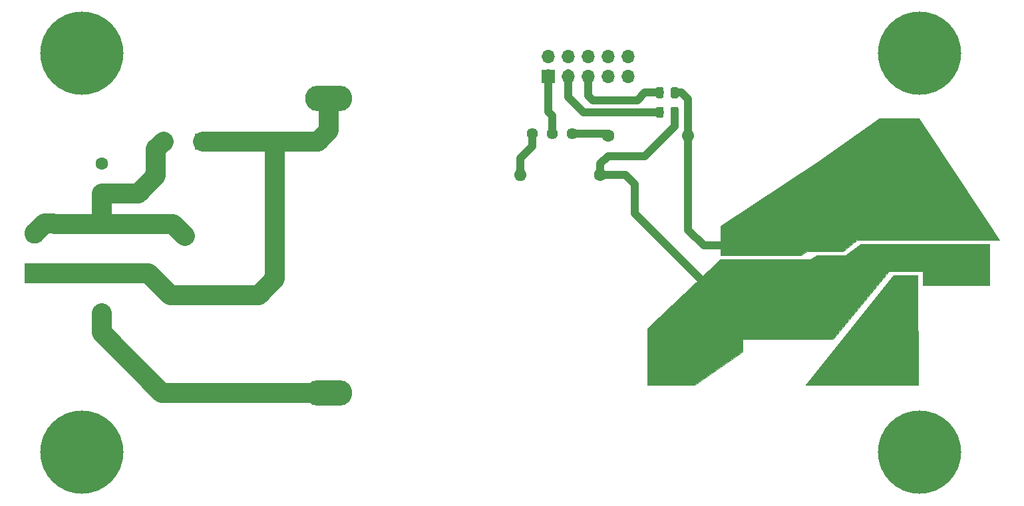
<source format=gbr>
%TF.GenerationSoftware,KiCad,Pcbnew,(5.1.4)-1*%
%TF.CreationDate,2021-09-18T23:44:11+01:00*%
%TF.ProjectId,DC_DC Converter circuit_2,44435f44-4320-4436-9f6e-766572746572,rev?*%
%TF.SameCoordinates,Original*%
%TF.FileFunction,Copper,L1,Top*%
%TF.FilePolarity,Positive*%
%FSLAX46Y46*%
G04 Gerber Fmt 4.6, Leading zero omitted, Abs format (unit mm)*
G04 Created by KiCad (PCBNEW (5.1.4)-1) date 2021-09-18 23:44:11*
%MOMM*%
%LPD*%
G04 APERTURE LIST*
%ADD10C,0.100000*%
%TA.AperFunction,ComponentPad*%
%ADD11O,1.600000X1.600000*%
%TD*%
%TA.AperFunction,ComponentPad*%
%ADD12C,1.600000*%
%TD*%
%TA.AperFunction,Conductor*%
%ADD13C,0.100000*%
%TD*%
%TA.AperFunction,SMDPad,CuDef*%
%ADD14C,0.975000*%
%TD*%
%TA.AperFunction,ComponentPad*%
%ADD15C,2.600000*%
%TD*%
%TA.AperFunction,ComponentPad*%
%ADD16R,2.600000X2.600000*%
%TD*%
%TA.AperFunction,ComponentPad*%
%ADD17C,2.000000*%
%TD*%
%TA.AperFunction,ComponentPad*%
%ADD18R,2.000000X2.000000*%
%TD*%
%TA.AperFunction,ComponentPad*%
%ADD19C,2.400000*%
%TD*%
%TA.AperFunction,ComponentPad*%
%ADD20R,2.400000X2.400000*%
%TD*%
%TA.AperFunction,ComponentPad*%
%ADD21C,0.900000*%
%TD*%
%TA.AperFunction,ComponentPad*%
%ADD22C,10.600000*%
%TD*%
%TA.AperFunction,ComponentPad*%
%ADD23O,1.700000X1.700000*%
%TD*%
%TA.AperFunction,ComponentPad*%
%ADD24R,1.700000X1.700000*%
%TD*%
%TA.AperFunction,ComponentPad*%
%ADD25C,3.000000*%
%TD*%
%TA.AperFunction,ComponentPad*%
%ADD26C,1.440000*%
%TD*%
%TA.AperFunction,ComponentPad*%
%ADD27O,6.000000X3.250000*%
%TD*%
%TA.AperFunction,SMDPad,CuDef*%
%ADD28C,1.325000*%
%TD*%
%TA.AperFunction,Conductor*%
%ADD29C,1.000000*%
%TD*%
%TA.AperFunction,Conductor*%
%ADD30C,0.250000*%
%TD*%
%TA.AperFunction,Conductor*%
%ADD31C,2.500000*%
%TD*%
G04 APERTURE END LIST*
D10*
G36*
X206750000Y-120250000D02*
G01*
X188625000Y-120250000D01*
X186875000Y-121750000D01*
X182300000Y-121700000D01*
X181500000Y-122250000D01*
X171250000Y-122250000D01*
X171250000Y-118500000D01*
X183750000Y-110250000D01*
X191500000Y-104750000D01*
X196500000Y-104750000D01*
X206750000Y-120250000D01*
G37*
X206750000Y-120250000D02*
X188625000Y-120250000D01*
X186875000Y-121750000D01*
X182300000Y-121700000D01*
X181500000Y-122250000D01*
X171250000Y-122250000D01*
X171250000Y-118500000D01*
X183750000Y-110250000D01*
X191500000Y-104750000D01*
X196500000Y-104750000D01*
X206750000Y-120250000D01*
G36*
X205500000Y-126000000D02*
G01*
X197000000Y-126000000D01*
X197000000Y-124250000D01*
X192750000Y-124250000D01*
X185600000Y-132900000D01*
X174100000Y-132900000D01*
X174100000Y-134500000D01*
X168000000Y-138750000D01*
X162000000Y-138750000D01*
X162000000Y-131500000D01*
X171250000Y-122750000D01*
X182750000Y-122750000D01*
X183562500Y-122250000D01*
X187250000Y-122250000D01*
X189125000Y-120750000D01*
X205500000Y-120750000D01*
X205500000Y-126000000D01*
G37*
X205500000Y-126000000D02*
X197000000Y-126000000D01*
X197000000Y-124250000D01*
X192750000Y-124250000D01*
X185600000Y-132900000D01*
X174100000Y-132900000D01*
X174100000Y-134500000D01*
X168000000Y-138750000D01*
X162000000Y-138750000D01*
X162000000Y-131500000D01*
X171250000Y-122750000D01*
X182750000Y-122750000D01*
X183562500Y-122250000D01*
X187250000Y-122250000D01*
X189125000Y-120750000D01*
X205500000Y-120750000D01*
X205500000Y-126000000D01*
G36*
X196400000Y-138700000D02*
G01*
X182118000Y-138684000D01*
X193294000Y-124714000D01*
X196373000Y-124714000D01*
X196400000Y-138700000D01*
G37*
X196400000Y-138700000D02*
X182118000Y-138684000D01*
X193294000Y-124714000D01*
X196373000Y-124714000D01*
X196400000Y-138700000D01*
D11*
%TO.P,R1,2*%
%TO.N,Net-(R1-Pad2)*%
X145840000Y-112000000D03*
D12*
%TO.P,R1,1*%
%TO.N,VDD*%
X156000000Y-112000000D03*
%TD*%
D11*
%TO.P,R2,2*%
%TO.N,VSS*%
X167160000Y-107000000D03*
D12*
%TO.P,R2,1*%
%TO.N,Net-(R2-Pad1)*%
X157000000Y-107000000D03*
%TD*%
D13*
%TO.N,VDD*%
%TO.C,R3*%
G36*
X165705142Y-103301174D02*
G01*
X165728803Y-103304684D01*
X165752007Y-103310496D01*
X165774529Y-103318554D01*
X165796153Y-103328782D01*
X165816670Y-103341079D01*
X165835883Y-103355329D01*
X165853607Y-103371393D01*
X165869671Y-103389117D01*
X165883921Y-103408330D01*
X165896218Y-103428847D01*
X165906446Y-103450471D01*
X165914504Y-103472993D01*
X165920316Y-103496197D01*
X165923826Y-103519858D01*
X165925000Y-103543750D01*
X165925000Y-104456250D01*
X165923826Y-104480142D01*
X165920316Y-104503803D01*
X165914504Y-104527007D01*
X165906446Y-104549529D01*
X165896218Y-104571153D01*
X165883921Y-104591670D01*
X165869671Y-104610883D01*
X165853607Y-104628607D01*
X165835883Y-104644671D01*
X165816670Y-104658921D01*
X165796153Y-104671218D01*
X165774529Y-104681446D01*
X165752007Y-104689504D01*
X165728803Y-104695316D01*
X165705142Y-104698826D01*
X165681250Y-104700000D01*
X165193750Y-104700000D01*
X165169858Y-104698826D01*
X165146197Y-104695316D01*
X165122993Y-104689504D01*
X165100471Y-104681446D01*
X165078847Y-104671218D01*
X165058330Y-104658921D01*
X165039117Y-104644671D01*
X165021393Y-104628607D01*
X165005329Y-104610883D01*
X164991079Y-104591670D01*
X164978782Y-104571153D01*
X164968554Y-104549529D01*
X164960496Y-104527007D01*
X164954684Y-104503803D01*
X164951174Y-104480142D01*
X164950000Y-104456250D01*
X164950000Y-103543750D01*
X164951174Y-103519858D01*
X164954684Y-103496197D01*
X164960496Y-103472993D01*
X164968554Y-103450471D01*
X164978782Y-103428847D01*
X164991079Y-103408330D01*
X165005329Y-103389117D01*
X165021393Y-103371393D01*
X165039117Y-103355329D01*
X165058330Y-103341079D01*
X165078847Y-103328782D01*
X165100471Y-103318554D01*
X165122993Y-103310496D01*
X165146197Y-103304684D01*
X165169858Y-103301174D01*
X165193750Y-103300000D01*
X165681250Y-103300000D01*
X165705142Y-103301174D01*
X165705142Y-103301174D01*
G37*
D14*
%TD*%
%TO.P,R3,2*%
%TO.N,VDD*%
X165437500Y-104000000D03*
D13*
%TO.N,Sense+*%
%TO.C,R3*%
G36*
X163830142Y-103301174D02*
G01*
X163853803Y-103304684D01*
X163877007Y-103310496D01*
X163899529Y-103318554D01*
X163921153Y-103328782D01*
X163941670Y-103341079D01*
X163960883Y-103355329D01*
X163978607Y-103371393D01*
X163994671Y-103389117D01*
X164008921Y-103408330D01*
X164021218Y-103428847D01*
X164031446Y-103450471D01*
X164039504Y-103472993D01*
X164045316Y-103496197D01*
X164048826Y-103519858D01*
X164050000Y-103543750D01*
X164050000Y-104456250D01*
X164048826Y-104480142D01*
X164045316Y-104503803D01*
X164039504Y-104527007D01*
X164031446Y-104549529D01*
X164021218Y-104571153D01*
X164008921Y-104591670D01*
X163994671Y-104610883D01*
X163978607Y-104628607D01*
X163960883Y-104644671D01*
X163941670Y-104658921D01*
X163921153Y-104671218D01*
X163899529Y-104681446D01*
X163877007Y-104689504D01*
X163853803Y-104695316D01*
X163830142Y-104698826D01*
X163806250Y-104700000D01*
X163318750Y-104700000D01*
X163294858Y-104698826D01*
X163271197Y-104695316D01*
X163247993Y-104689504D01*
X163225471Y-104681446D01*
X163203847Y-104671218D01*
X163183330Y-104658921D01*
X163164117Y-104644671D01*
X163146393Y-104628607D01*
X163130329Y-104610883D01*
X163116079Y-104591670D01*
X163103782Y-104571153D01*
X163093554Y-104549529D01*
X163085496Y-104527007D01*
X163079684Y-104503803D01*
X163076174Y-104480142D01*
X163075000Y-104456250D01*
X163075000Y-103543750D01*
X163076174Y-103519858D01*
X163079684Y-103496197D01*
X163085496Y-103472993D01*
X163093554Y-103450471D01*
X163103782Y-103428847D01*
X163116079Y-103408330D01*
X163130329Y-103389117D01*
X163146393Y-103371393D01*
X163164117Y-103355329D01*
X163183330Y-103341079D01*
X163203847Y-103328782D01*
X163225471Y-103318554D01*
X163247993Y-103310496D01*
X163271197Y-103304684D01*
X163294858Y-103301174D01*
X163318750Y-103300000D01*
X163806250Y-103300000D01*
X163830142Y-103301174D01*
X163830142Y-103301174D01*
G37*
D14*
%TD*%
%TO.P,R3,1*%
%TO.N,Sense+*%
X163562500Y-104000000D03*
D13*
%TO.N,Sense-*%
%TO.C,R4*%
G36*
X163830142Y-100801174D02*
G01*
X163853803Y-100804684D01*
X163877007Y-100810496D01*
X163899529Y-100818554D01*
X163921153Y-100828782D01*
X163941670Y-100841079D01*
X163960883Y-100855329D01*
X163978607Y-100871393D01*
X163994671Y-100889117D01*
X164008921Y-100908330D01*
X164021218Y-100928847D01*
X164031446Y-100950471D01*
X164039504Y-100972993D01*
X164045316Y-100996197D01*
X164048826Y-101019858D01*
X164050000Y-101043750D01*
X164050000Y-101956250D01*
X164048826Y-101980142D01*
X164045316Y-102003803D01*
X164039504Y-102027007D01*
X164031446Y-102049529D01*
X164021218Y-102071153D01*
X164008921Y-102091670D01*
X163994671Y-102110883D01*
X163978607Y-102128607D01*
X163960883Y-102144671D01*
X163941670Y-102158921D01*
X163921153Y-102171218D01*
X163899529Y-102181446D01*
X163877007Y-102189504D01*
X163853803Y-102195316D01*
X163830142Y-102198826D01*
X163806250Y-102200000D01*
X163318750Y-102200000D01*
X163294858Y-102198826D01*
X163271197Y-102195316D01*
X163247993Y-102189504D01*
X163225471Y-102181446D01*
X163203847Y-102171218D01*
X163183330Y-102158921D01*
X163164117Y-102144671D01*
X163146393Y-102128607D01*
X163130329Y-102110883D01*
X163116079Y-102091670D01*
X163103782Y-102071153D01*
X163093554Y-102049529D01*
X163085496Y-102027007D01*
X163079684Y-102003803D01*
X163076174Y-101980142D01*
X163075000Y-101956250D01*
X163075000Y-101043750D01*
X163076174Y-101019858D01*
X163079684Y-100996197D01*
X163085496Y-100972993D01*
X163093554Y-100950471D01*
X163103782Y-100928847D01*
X163116079Y-100908330D01*
X163130329Y-100889117D01*
X163146393Y-100871393D01*
X163164117Y-100855329D01*
X163183330Y-100841079D01*
X163203847Y-100828782D01*
X163225471Y-100818554D01*
X163247993Y-100810496D01*
X163271197Y-100804684D01*
X163294858Y-100801174D01*
X163318750Y-100800000D01*
X163806250Y-100800000D01*
X163830142Y-100801174D01*
X163830142Y-100801174D01*
G37*
D14*
%TD*%
%TO.P,R4,2*%
%TO.N,Sense-*%
X163562500Y-101500000D03*
D13*
%TO.N,VSS*%
%TO.C,R4*%
G36*
X165705142Y-100801174D02*
G01*
X165728803Y-100804684D01*
X165752007Y-100810496D01*
X165774529Y-100818554D01*
X165796153Y-100828782D01*
X165816670Y-100841079D01*
X165835883Y-100855329D01*
X165853607Y-100871393D01*
X165869671Y-100889117D01*
X165883921Y-100908330D01*
X165896218Y-100928847D01*
X165906446Y-100950471D01*
X165914504Y-100972993D01*
X165920316Y-100996197D01*
X165923826Y-101019858D01*
X165925000Y-101043750D01*
X165925000Y-101956250D01*
X165923826Y-101980142D01*
X165920316Y-102003803D01*
X165914504Y-102027007D01*
X165906446Y-102049529D01*
X165896218Y-102071153D01*
X165883921Y-102091670D01*
X165869671Y-102110883D01*
X165853607Y-102128607D01*
X165835883Y-102144671D01*
X165816670Y-102158921D01*
X165796153Y-102171218D01*
X165774529Y-102181446D01*
X165752007Y-102189504D01*
X165728803Y-102195316D01*
X165705142Y-102198826D01*
X165681250Y-102200000D01*
X165193750Y-102200000D01*
X165169858Y-102198826D01*
X165146197Y-102195316D01*
X165122993Y-102189504D01*
X165100471Y-102181446D01*
X165078847Y-102171218D01*
X165058330Y-102158921D01*
X165039117Y-102144671D01*
X165021393Y-102128607D01*
X165005329Y-102110883D01*
X164991079Y-102091670D01*
X164978782Y-102071153D01*
X164968554Y-102049529D01*
X164960496Y-102027007D01*
X164954684Y-102003803D01*
X164951174Y-101980142D01*
X164950000Y-101956250D01*
X164950000Y-101043750D01*
X164951174Y-101019858D01*
X164954684Y-100996197D01*
X164960496Y-100972993D01*
X164968554Y-100950471D01*
X164978782Y-100928847D01*
X164991079Y-100908330D01*
X165005329Y-100889117D01*
X165021393Y-100871393D01*
X165039117Y-100855329D01*
X165058330Y-100841079D01*
X165078847Y-100828782D01*
X165100471Y-100818554D01*
X165122993Y-100810496D01*
X165146197Y-100804684D01*
X165169858Y-100801174D01*
X165193750Y-100800000D01*
X165681250Y-100800000D01*
X165705142Y-100801174D01*
X165705142Y-100801174D01*
G37*
D14*
%TD*%
%TO.P,R4,1*%
%TO.N,VSS*%
X165437500Y-101500000D03*
D15*
%TO.P,J1,2*%
%TO.N,VSS*%
X204000000Y-118920000D03*
D16*
%TO.P,J1,1*%
%TO.N,VDD*%
X204000000Y-124000000D03*
%TD*%
D17*
%TO.P,C4,2*%
%TO.N,HV-*%
X100410000Y-107696000D03*
D18*
%TO.P,C4,1*%
%TO.N,HV+*%
X105410000Y-107696000D03*
%TD*%
D19*
%TO.P,C5,2*%
%TO.N,HV-*%
X103124000Y-119754000D03*
D20*
%TO.P,C5,1*%
%TO.N,HV+*%
X103124000Y-127254000D03*
%TD*%
D15*
%TO.P,J3,2*%
%TO.N,HV-*%
X84000000Y-119420000D03*
D16*
%TO.P,J3,1*%
%TO.N,HV+*%
X84000000Y-124500000D03*
%TD*%
D12*
%TO.P,J4,4*%
%TO.N,VSS*%
X193950000Y-118130000D03*
%TO.P,J4,3*%
X193950000Y-114320000D03*
%TO.P,J4,2*%
X193950000Y-110510000D03*
%TO.P,J4,1*%
X193950000Y-106700000D03*
%TD*%
%TO.P,J6,1*%
%TO.N,Net-(F1-Pad1)*%
X92550000Y-129600000D03*
%TD*%
%TO.P,J7,2*%
%TO.N,HV-*%
X92550000Y-114310000D03*
%TO.P,J7,1*%
%TO.N,Net-(J7-Pad1)*%
X92550000Y-110500000D03*
%TD*%
%TO.P,J5,4*%
%TO.N,Net-(F2-Pad1)*%
X194000000Y-137200000D03*
%TO.P,J5,3*%
X194000000Y-133390000D03*
%TO.P,J5,2*%
X194000000Y-129580000D03*
%TO.P,J5,1*%
X194000000Y-125770000D03*
%TD*%
D21*
%TO.P,H1,1*%
%TO.N,Net-(H1-Pad1)*%
X199435749Y-93689251D03*
X196625000Y-92525000D03*
X193814251Y-93689251D03*
X192650000Y-96500000D03*
X193814251Y-99310749D03*
X196625000Y-100475000D03*
X199435749Y-99310749D03*
X200600000Y-96500000D03*
D22*
X196625000Y-96500000D03*
%TD*%
D21*
%TO.P,H3,1*%
%TO.N,Net-(H3-Pad1)*%
X92810749Y-93689251D03*
X90000000Y-92525000D03*
X87189251Y-93689251D03*
X86025000Y-96500000D03*
X87189251Y-99310749D03*
X90000000Y-100475000D03*
X92810749Y-99310749D03*
X93975000Y-96500000D03*
D22*
X90000000Y-96500000D03*
%TD*%
D23*
%TO.P,J2,10*%
%TO.N,Net-(J2-Pad10)*%
X159545000Y-96860000D03*
%TO.P,J2,9*%
%TO.N,Net-(J2-Pad9)*%
X159545000Y-99400000D03*
%TO.P,J2,8*%
%TO.N,Net-(J2-Pad8)*%
X157005000Y-96860000D03*
%TO.P,J2,7*%
%TO.N,Net-(J2-Pad7)*%
X157005000Y-99400000D03*
%TO.P,J2,6*%
%TO.N,Net-(J2-Pad6)*%
X154465000Y-96860000D03*
%TO.P,J2,5*%
%TO.N,Sense-*%
X154465000Y-99400000D03*
%TO.P,J2,4*%
%TO.N,Net-(J2-Pad4)*%
X151925000Y-96860000D03*
%TO.P,J2,3*%
%TO.N,Sense+*%
X151925000Y-99400000D03*
%TO.P,J2,2*%
%TO.N,Net-(J2-Pad2)*%
X149385000Y-96860000D03*
D24*
%TO.P,J2,1*%
%TO.N,TR*%
X149385000Y-99400000D03*
%TD*%
D21*
%TO.P,H4,1*%
%TO.N,Net-(H4-Pad1)*%
X92810749Y-144489251D03*
X90000000Y-143325000D03*
X87189251Y-144489251D03*
X86025000Y-147300000D03*
X87189251Y-150110749D03*
X90000000Y-151275000D03*
X92810749Y-150110749D03*
X93975000Y-147300000D03*
D22*
X90000000Y-147300000D03*
%TD*%
D21*
%TO.P,H2,1*%
%TO.N,Net-(H2-Pad1)*%
X199435749Y-144489251D03*
X196625000Y-143325000D03*
X193814251Y-144489251D03*
X192650000Y-147300000D03*
X193814251Y-150110749D03*
X196625000Y-151275000D03*
X199435749Y-150110749D03*
X200600000Y-147300000D03*
D22*
X196625000Y-147300000D03*
%TD*%
D25*
%TO.P,F2,2*%
%TO.N,VDD*%
X164925000Y-135475000D03*
%TO.P,F2,1*%
%TO.N,Net-(F2-Pad1)*%
X187425000Y-135475000D03*
%TD*%
D26*
%TO.P,RV1,3*%
%TO.N,Net-(R1-Pad2)*%
X147370000Y-106750000D03*
%TO.P,RV1,2*%
%TO.N,TR*%
X149910000Y-106750000D03*
%TO.P,RV1,1*%
%TO.N,Net-(R2-Pad1)*%
X152450000Y-106750000D03*
%TD*%
D27*
%TO.P,F1,1*%
%TO.N,Net-(F1-Pad1)*%
X121412000Y-139700000D03*
%TO.P,F1,2*%
%TO.N,HV+*%
X121412000Y-102200000D03*
%TD*%
D13*
%TO.N,VSS*%
%TO.C,C1*%
G36*
X174124505Y-120276204D02*
G01*
X174148773Y-120279804D01*
X174172572Y-120285765D01*
X174195671Y-120294030D01*
X174217850Y-120304520D01*
X174238893Y-120317132D01*
X174258599Y-120331747D01*
X174276777Y-120348223D01*
X174293253Y-120366401D01*
X174307868Y-120386107D01*
X174320480Y-120407150D01*
X174330970Y-120429329D01*
X174339235Y-120452428D01*
X174345196Y-120476227D01*
X174348796Y-120500495D01*
X174350000Y-120524999D01*
X174350000Y-121350001D01*
X174348796Y-121374505D01*
X174345196Y-121398773D01*
X174339235Y-121422572D01*
X174330970Y-121445671D01*
X174320480Y-121467850D01*
X174307868Y-121488893D01*
X174293253Y-121508599D01*
X174276777Y-121526777D01*
X174258599Y-121543253D01*
X174238893Y-121557868D01*
X174217850Y-121570480D01*
X174195671Y-121580970D01*
X174172572Y-121589235D01*
X174148773Y-121595196D01*
X174124505Y-121598796D01*
X174100001Y-121600000D01*
X171899999Y-121600000D01*
X171875495Y-121598796D01*
X171851227Y-121595196D01*
X171827428Y-121589235D01*
X171804329Y-121580970D01*
X171782150Y-121570480D01*
X171761107Y-121557868D01*
X171741401Y-121543253D01*
X171723223Y-121526777D01*
X171706747Y-121508599D01*
X171692132Y-121488893D01*
X171679520Y-121467850D01*
X171669030Y-121445671D01*
X171660765Y-121422572D01*
X171654804Y-121398773D01*
X171651204Y-121374505D01*
X171650000Y-121350001D01*
X171650000Y-120524999D01*
X171651204Y-120500495D01*
X171654804Y-120476227D01*
X171660765Y-120452428D01*
X171669030Y-120429329D01*
X171679520Y-120407150D01*
X171692132Y-120386107D01*
X171706747Y-120366401D01*
X171723223Y-120348223D01*
X171741401Y-120331747D01*
X171761107Y-120317132D01*
X171782150Y-120304520D01*
X171804329Y-120294030D01*
X171827428Y-120285765D01*
X171851227Y-120279804D01*
X171875495Y-120276204D01*
X171899999Y-120275000D01*
X174100001Y-120275000D01*
X174124505Y-120276204D01*
X174124505Y-120276204D01*
G37*
D28*
%TD*%
%TO.P,C1,2*%
%TO.N,VSS*%
X173000000Y-120937500D03*
D13*
%TO.N,VDD*%
%TO.C,C1*%
G36*
X174124505Y-123401204D02*
G01*
X174148773Y-123404804D01*
X174172572Y-123410765D01*
X174195671Y-123419030D01*
X174217850Y-123429520D01*
X174238893Y-123442132D01*
X174258599Y-123456747D01*
X174276777Y-123473223D01*
X174293253Y-123491401D01*
X174307868Y-123511107D01*
X174320480Y-123532150D01*
X174330970Y-123554329D01*
X174339235Y-123577428D01*
X174345196Y-123601227D01*
X174348796Y-123625495D01*
X174350000Y-123649999D01*
X174350000Y-124475001D01*
X174348796Y-124499505D01*
X174345196Y-124523773D01*
X174339235Y-124547572D01*
X174330970Y-124570671D01*
X174320480Y-124592850D01*
X174307868Y-124613893D01*
X174293253Y-124633599D01*
X174276777Y-124651777D01*
X174258599Y-124668253D01*
X174238893Y-124682868D01*
X174217850Y-124695480D01*
X174195671Y-124705970D01*
X174172572Y-124714235D01*
X174148773Y-124720196D01*
X174124505Y-124723796D01*
X174100001Y-124725000D01*
X171899999Y-124725000D01*
X171875495Y-124723796D01*
X171851227Y-124720196D01*
X171827428Y-124714235D01*
X171804329Y-124705970D01*
X171782150Y-124695480D01*
X171761107Y-124682868D01*
X171741401Y-124668253D01*
X171723223Y-124651777D01*
X171706747Y-124633599D01*
X171692132Y-124613893D01*
X171679520Y-124592850D01*
X171669030Y-124570671D01*
X171660765Y-124547572D01*
X171654804Y-124523773D01*
X171651204Y-124499505D01*
X171650000Y-124475001D01*
X171650000Y-123649999D01*
X171651204Y-123625495D01*
X171654804Y-123601227D01*
X171660765Y-123577428D01*
X171669030Y-123554329D01*
X171679520Y-123532150D01*
X171692132Y-123511107D01*
X171706747Y-123491401D01*
X171723223Y-123473223D01*
X171741401Y-123456747D01*
X171761107Y-123442132D01*
X171782150Y-123429520D01*
X171804329Y-123419030D01*
X171827428Y-123410765D01*
X171851227Y-123404804D01*
X171875495Y-123401204D01*
X171899999Y-123400000D01*
X174100001Y-123400000D01*
X174124505Y-123401204D01*
X174124505Y-123401204D01*
G37*
D28*
%TD*%
%TO.P,C1,1*%
%TO.N,VDD*%
X173000000Y-124062500D03*
D13*
%TO.N,VSS*%
%TO.C,C2*%
G36*
X178624505Y-120276204D02*
G01*
X178648773Y-120279804D01*
X178672572Y-120285765D01*
X178695671Y-120294030D01*
X178717850Y-120304520D01*
X178738893Y-120317132D01*
X178758599Y-120331747D01*
X178776777Y-120348223D01*
X178793253Y-120366401D01*
X178807868Y-120386107D01*
X178820480Y-120407150D01*
X178830970Y-120429329D01*
X178839235Y-120452428D01*
X178845196Y-120476227D01*
X178848796Y-120500495D01*
X178850000Y-120524999D01*
X178850000Y-121350001D01*
X178848796Y-121374505D01*
X178845196Y-121398773D01*
X178839235Y-121422572D01*
X178830970Y-121445671D01*
X178820480Y-121467850D01*
X178807868Y-121488893D01*
X178793253Y-121508599D01*
X178776777Y-121526777D01*
X178758599Y-121543253D01*
X178738893Y-121557868D01*
X178717850Y-121570480D01*
X178695671Y-121580970D01*
X178672572Y-121589235D01*
X178648773Y-121595196D01*
X178624505Y-121598796D01*
X178600001Y-121600000D01*
X176399999Y-121600000D01*
X176375495Y-121598796D01*
X176351227Y-121595196D01*
X176327428Y-121589235D01*
X176304329Y-121580970D01*
X176282150Y-121570480D01*
X176261107Y-121557868D01*
X176241401Y-121543253D01*
X176223223Y-121526777D01*
X176206747Y-121508599D01*
X176192132Y-121488893D01*
X176179520Y-121467850D01*
X176169030Y-121445671D01*
X176160765Y-121422572D01*
X176154804Y-121398773D01*
X176151204Y-121374505D01*
X176150000Y-121350001D01*
X176150000Y-120524999D01*
X176151204Y-120500495D01*
X176154804Y-120476227D01*
X176160765Y-120452428D01*
X176169030Y-120429329D01*
X176179520Y-120407150D01*
X176192132Y-120386107D01*
X176206747Y-120366401D01*
X176223223Y-120348223D01*
X176241401Y-120331747D01*
X176261107Y-120317132D01*
X176282150Y-120304520D01*
X176304329Y-120294030D01*
X176327428Y-120285765D01*
X176351227Y-120279804D01*
X176375495Y-120276204D01*
X176399999Y-120275000D01*
X178600001Y-120275000D01*
X178624505Y-120276204D01*
X178624505Y-120276204D01*
G37*
D28*
%TD*%
%TO.P,C2,2*%
%TO.N,VSS*%
X177500000Y-120937500D03*
D13*
%TO.N,VDD*%
%TO.C,C2*%
G36*
X178624505Y-123401204D02*
G01*
X178648773Y-123404804D01*
X178672572Y-123410765D01*
X178695671Y-123419030D01*
X178717850Y-123429520D01*
X178738893Y-123442132D01*
X178758599Y-123456747D01*
X178776777Y-123473223D01*
X178793253Y-123491401D01*
X178807868Y-123511107D01*
X178820480Y-123532150D01*
X178830970Y-123554329D01*
X178839235Y-123577428D01*
X178845196Y-123601227D01*
X178848796Y-123625495D01*
X178850000Y-123649999D01*
X178850000Y-124475001D01*
X178848796Y-124499505D01*
X178845196Y-124523773D01*
X178839235Y-124547572D01*
X178830970Y-124570671D01*
X178820480Y-124592850D01*
X178807868Y-124613893D01*
X178793253Y-124633599D01*
X178776777Y-124651777D01*
X178758599Y-124668253D01*
X178738893Y-124682868D01*
X178717850Y-124695480D01*
X178695671Y-124705970D01*
X178672572Y-124714235D01*
X178648773Y-124720196D01*
X178624505Y-124723796D01*
X178600001Y-124725000D01*
X176399999Y-124725000D01*
X176375495Y-124723796D01*
X176351227Y-124720196D01*
X176327428Y-124714235D01*
X176304329Y-124705970D01*
X176282150Y-124695480D01*
X176261107Y-124682868D01*
X176241401Y-124668253D01*
X176223223Y-124651777D01*
X176206747Y-124633599D01*
X176192132Y-124613893D01*
X176179520Y-124592850D01*
X176169030Y-124570671D01*
X176160765Y-124547572D01*
X176154804Y-124523773D01*
X176151204Y-124499505D01*
X176150000Y-124475001D01*
X176150000Y-123649999D01*
X176151204Y-123625495D01*
X176154804Y-123601227D01*
X176160765Y-123577428D01*
X176169030Y-123554329D01*
X176179520Y-123532150D01*
X176192132Y-123511107D01*
X176206747Y-123491401D01*
X176223223Y-123473223D01*
X176241401Y-123456747D01*
X176261107Y-123442132D01*
X176282150Y-123429520D01*
X176304329Y-123419030D01*
X176327428Y-123410765D01*
X176351227Y-123404804D01*
X176375495Y-123401204D01*
X176399999Y-123400000D01*
X178600001Y-123400000D01*
X178624505Y-123401204D01*
X178624505Y-123401204D01*
G37*
D28*
%TD*%
%TO.P,C2,1*%
%TO.N,VDD*%
X177500000Y-124062500D03*
D18*
%TO.P,C3,1*%
%TO.N,VDD*%
X186200000Y-124200000D03*
D17*
%TO.P,C3,2*%
%TO.N,VSS*%
X186200000Y-119200000D03*
%TD*%
D29*
%TO.N,Sense-*%
X160675000Y-102450000D02*
X161625000Y-101500000D01*
X161625000Y-101500000D02*
X163562500Y-101500000D01*
X154465000Y-101890000D02*
X155025000Y-102450000D01*
X155025000Y-102450000D02*
X160675000Y-102450000D01*
X154465000Y-99400000D02*
X154465000Y-100871000D01*
X154465000Y-100871000D02*
X154465000Y-101890000D01*
X154465000Y-99200000D02*
X154465000Y-100871000D01*
%TO.N,Sense+*%
X153825000Y-104000000D02*
X163562500Y-104000000D01*
X151925000Y-102100000D02*
X153825000Y-104000000D01*
X151925000Y-100000000D02*
X151925000Y-99000000D01*
X151925000Y-99200000D02*
X151925000Y-100617000D01*
X151925000Y-100617000D02*
X151925000Y-102100000D01*
X151925000Y-100000000D02*
X151925000Y-100617000D01*
X151925000Y-99400000D02*
X151925000Y-100000000D01*
%TO.N,TR*%
X149910000Y-106750000D02*
X149910000Y-104444000D01*
X149910000Y-104444000D02*
X149385000Y-103919000D01*
X149385000Y-100551000D02*
X149385000Y-99200000D01*
X149385000Y-100551000D02*
X149385000Y-99000000D01*
X149385000Y-99400000D02*
X149385000Y-101125000D01*
X149385000Y-101125000D02*
X149385000Y-100551000D01*
X149385000Y-103919000D02*
X149385000Y-101125000D01*
D30*
%TO.N,Net-(H1-Pad1)*%
X198950000Y-96400000D02*
X196550000Y-96400000D01*
D29*
%TO.N,VSS*%
X204000000Y-118920000D02*
X203580000Y-118920000D01*
X177612500Y-120825000D02*
X177500000Y-120937500D01*
X167160000Y-116535000D02*
X167160000Y-107000000D01*
X167160000Y-107000000D02*
X167160000Y-102340000D01*
X166320000Y-101500000D02*
X165437500Y-101500000D01*
X167160000Y-102340000D02*
X166320000Y-101500000D01*
D30*
X193950000Y-118130000D02*
X193950000Y-114320000D01*
X193950000Y-114320000D02*
X193950000Y-110510000D01*
X193950000Y-110510000D02*
X193950000Y-106700000D01*
X203210000Y-118130000D02*
X204000000Y-118920000D01*
X193950000Y-118130000D02*
X203210000Y-118130000D01*
D29*
X173000000Y-120937500D02*
X177500000Y-120937500D01*
X193080000Y-119000000D02*
X193950000Y-118130000D01*
X187725000Y-119000000D02*
X193080000Y-119000000D01*
X173000000Y-120937500D02*
X169137500Y-120937500D01*
X167160000Y-118960000D02*
X167160000Y-116535000D01*
X169137500Y-120937500D02*
X167160000Y-118960000D01*
X184462500Y-120937500D02*
X186200000Y-119200000D01*
X177500000Y-120937500D02*
X184462500Y-120937500D01*
%TO.N,VDD*%
X156000000Y-112000000D02*
X156000000Y-110550000D01*
X156000000Y-110550000D02*
X156950000Y-109600000D01*
X156950000Y-109600000D02*
X161625000Y-109600000D01*
X165437500Y-105787500D02*
X165437500Y-104000000D01*
X161625000Y-109600000D02*
X165437500Y-105787500D01*
D30*
X203325000Y-123325000D02*
X204000000Y-124000000D01*
D29*
X173000000Y-124062500D02*
X173000000Y-127400000D01*
X173000000Y-124062500D02*
X177500000Y-124062500D01*
X185162500Y-124062500D02*
X185900000Y-123325000D01*
X177500000Y-124062500D02*
X185162500Y-124062500D01*
X187700000Y-123325000D02*
X188525000Y-122500000D01*
X185900000Y-123325000D02*
X187700000Y-123325000D01*
X188525000Y-122500000D02*
X198750000Y-122500000D01*
X200250000Y-124000000D02*
X204000000Y-124000000D01*
X198750000Y-122500000D02*
X200250000Y-124000000D01*
X160375000Y-116875000D02*
X171950000Y-128450000D01*
X160375000Y-113175000D02*
X160375000Y-116875000D01*
X159200000Y-112000000D02*
X160375000Y-113175000D01*
X156000000Y-112000000D02*
X159200000Y-112000000D01*
X173000000Y-127400000D02*
X171950000Y-128450000D01*
X171950000Y-128450000D02*
X164925000Y-135475000D01*
%TO.N,Net-(R1-Pad2)*%
X145840000Y-112000000D02*
X145840000Y-109835000D01*
X147370000Y-108305000D02*
X147370000Y-106750000D01*
X145840000Y-109835000D02*
X147370000Y-108305000D01*
%TO.N,Net-(R2-Pad1)*%
X156750000Y-106750000D02*
X157000000Y-107000000D01*
X152450000Y-106750000D02*
X156750000Y-106750000D01*
D31*
%TO.N,HV-*%
X99410001Y-108695999D02*
X99410001Y-112089999D01*
X100410000Y-107696000D02*
X99410001Y-108695999D01*
X97190000Y-114310000D02*
X92550000Y-114310000D01*
X99410001Y-112089999D02*
X97190000Y-114310000D01*
X103124000Y-119754000D02*
X101620000Y-118250000D01*
X85299999Y-118120001D02*
X84000000Y-119420000D01*
X86370001Y-118120001D02*
X85299999Y-118120001D01*
X86500000Y-118250000D02*
X86370001Y-118120001D01*
X92550000Y-118200000D02*
X92500000Y-118250000D01*
X92550000Y-114310000D02*
X92550000Y-118200000D01*
X101620000Y-118250000D02*
X92500000Y-118250000D01*
X92500000Y-118250000D02*
X86500000Y-118250000D01*
%TO.N,HV+*%
X121412000Y-106325000D02*
X121412000Y-102200000D01*
X120041000Y-107696000D02*
X121412000Y-106325000D01*
X103124000Y-127254000D02*
X102504000Y-127254000D01*
X103124000Y-127254000D02*
X112496000Y-127254000D01*
X114554000Y-125196000D02*
X114554000Y-107696000D01*
X112496000Y-127254000D02*
X114554000Y-125196000D01*
X105410000Y-107696000D02*
X114554000Y-107696000D01*
X114554000Y-107696000D02*
X120041000Y-107696000D01*
X103124000Y-127254000D02*
X101254000Y-127254000D01*
X101254000Y-127254000D02*
X98500000Y-124500000D01*
X98500000Y-124500000D02*
X84000000Y-124500000D01*
%TO.N,Net-(F1-Pad1)*%
X92550000Y-129600000D02*
X92550000Y-132050000D01*
X100200000Y-139700000D02*
X121412000Y-139700000D01*
X92550000Y-132050000D02*
X100200000Y-139700000D01*
D30*
%TO.N,Net-(F2-Pad1)*%
X192275000Y-135475000D02*
X194000000Y-137200000D01*
X194000000Y-129580000D02*
X194000000Y-133390000D01*
X194000000Y-133390000D02*
X191754000Y-135636000D01*
X191754000Y-135636000D02*
X189738000Y-135636000D01*
X191915000Y-135475000D02*
X191863000Y-135475000D01*
X194000000Y-133390000D02*
X191915000Y-135475000D01*
X191863000Y-135475000D02*
X192275000Y-135475000D01*
X187425000Y-135475000D02*
X191863000Y-135475000D01*
X194000000Y-129580000D02*
X194000000Y-125770000D01*
%TD*%
M02*

</source>
